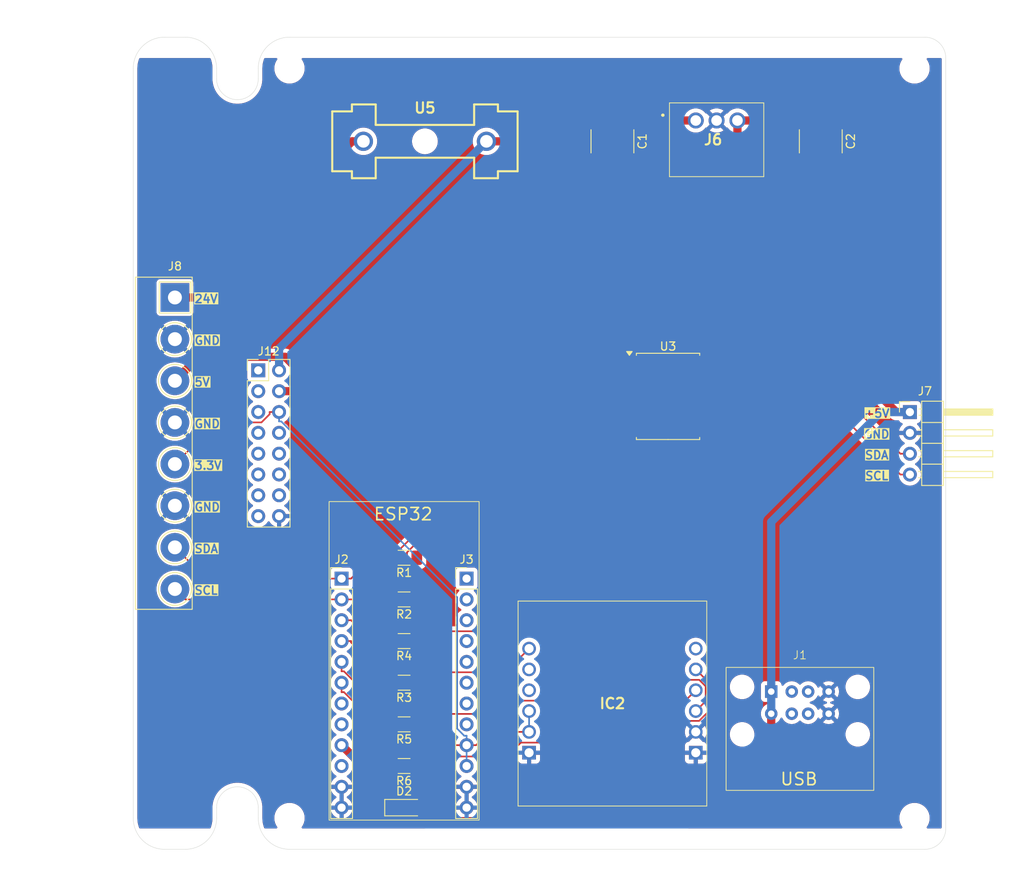
<source format=kicad_pcb>
(kicad_pcb (version 20240108) (generator "pcbnew") (generator_version "8.0")
  (title_block (title "Плата PM-CPU-ESP") (date "2024-07-11"))
  (layers (0 "F.Cu" signal) (31 "B.Cu" signal) (34 "B.Paste" user) (35 "F.Paste" user) (36 "B.SilkS" user "B.Silkscreen") (37 "F.SilkS" user "F.Silkscreen") (38 "B.Mask" user) (39 "F.Mask" user) (44 "Edge.Cuts" user))
  (net 0 "")
  (net 2 "GND")
  (net 3 "+5V")
  (net 4 "+3.3V")
  (net 5 "Net-(D2-K)")
  (net 9 "/SCL")
  (net 26 "+24V")
  (net 39 "/MOSI")
  (net 40 "/CLK")
  (net 41 "Net-(IC2-MISO)")
  (net 42 "/CS")
  (net 43 "Net-(J2-Pin_6)")
  (net 44 "Net-(J2-Pin_5)")
  (net 46 "/MISO")
  (net 47 "Net-(J2-Pin_3)")
  (net 49 "/24V_IN")
  (net 50 "/SDA")
  (footprint "Resistor_SMD:R_1206_3216Metric_Pad1.30x1.75mm_HandSolder" (layer "F.Cu") (at 63.5 116.84 180)
    (property "Reference" "R4" (at 0 -1.82 0) (layer "F.SilkS"))
    (property "Value" "100")
    (fp_line (start -0.727064 0.91) (end 0.727064 0.91) (stroke (width 0.12)) (layer "F.SilkS"))
    (fp_line (start -0.727064 -0.91) (end 0.727064 -0.91) (stroke (width 0.12)) (layer "F.SilkS"))
    (pad "1" smd roundrect (at -1.55 0 180) (size 1.3 1.75) (layers "F.Cu" "F.Paste" "F.Mask") (roundrect_rratio 0.192308) (net 39 "/MOSI"))
    (pad "2" smd roundrect (at 1.55 0 180) (size 1.3 1.75) (layers "F.Cu" "F.Paste" "F.Mask") (roundrect_rratio 0.192308) (net 47 "Net-(J2-Pin_3)"))
  )
  (footprint "Connector_PinHeader_2.54mm:PinHeader_1x12_P2.54mm_Vertical" (layer "F.Cu") (at 71.12 109.22)
    (property "Reference" "J3" (at 0 -2.33 0) (layer "F.SilkS"))
    (property "Value" "PinHeader P2.54 01x12 THT Straight")
    (fp_line (start -1.33 -1.33) (end 0 -1.33) (stroke (width 0.12)) (layer "F.SilkS"))
    (fp_line (start -1.33 0) (end -1.33 -1.33) (stroke (width 0.12)) (layer "F.SilkS"))
    (fp_line (start -1.33 1.27) (end -1.33 29.27) (stroke (width 0.12)) (layer "F.SilkS"))
    (fp_line (start -1.33 1.27) (end 1.33 1.27) (stroke (width 0.12)) (layer "F.SilkS"))
    (fp_line (start -1.33 29.27) (end 1.33 29.27) (stroke (width 0.12)) (layer "F.SilkS"))
    (fp_line (start 1.33 1.27) (end 1.33 29.27) (stroke (width 0.12)) (layer "F.SilkS"))
    (pad "1" thru_hole rect (at 0 0) (size 1.7 1.7) (drill 1) (layers "*.Cu" "*.Mask"))
    (pad "2" thru_hole oval (at 0 2.54) (size 1.7 1.7) (drill 1) (layers "*.Cu" "*.Mask"))
    (pad "3" thru_hole oval (at 0 5.08) (size 1.7 1.7) (drill 1) (layers "*.Cu" "*.Mask"))
    (pad "4" thru_hole oval (at 0 7.62) (size 1.7 1.7) (drill 1) (layers "*.Cu" "*.Mask"))
    (pad "5" thru_hole oval (at 0 10.16) (size 1.7 1.7) (drill 1) (layers "*.Cu" "*.Mask"))
    (pad "6" thru_hole oval (at 0 12.7) (size 1.7 1.7) (drill 1) (layers "*.Cu" "*.Mask"))
    (pad "7" thru_hole oval (at 0 15.24) (size 1.7 1.7) (drill 1) (layers "*.Cu" "*.Mask"))
    (pad "8" thru_hole oval (at 0 17.78) (size 1.7 1.7) (drill 1) (layers "*.Cu" "*.Mask"))
    (pad "9" thru_hole oval (at 0 20.32) (size 1.7 1.7) (drill 1) (layers "*.Cu" "*.Mask") (net 4 "+3.3V"))
    (pad "10" thru_hole oval (at 0 22.86) (size 1.7 1.7) (drill 1) (layers "*.Cu" "*.Mask") (net 4 "+3.3V"))
    (pad "11" thru_hole oval (at 0 25.4) (size 1.7 1.7) (drill 1) (layers "*.Cu" "*.Mask") (net 2 "GND"))
    (pad "12" thru_hole oval (at 0 27.94) (size 1.7 1.7) (drill 1) (layers "*.Cu" "*.Mask") (net 2 "GND"))
  )
  (footprint "NextPCB:XKB_U224-08XN-1WR61" (layer "F.Cu") (at 111.76 123.0525)
    (property "Reference" "J1" (at 0 -4.5 0) (layer "F.SilkS") (effects (font (thickness 0.1))))
    (property "Value" "~")
    (fp_rect (start -9 -3) (end 9 12) (stroke (width 0.1)) (fill none) (layer "F.SilkS"))
    (fp_text user "USB" (at -2.5 11.5 0) (layer "F.SilkS") (effects (font (size 1.5 1.5) (thickness 0.2) (bold yes)) (justify left bottom)))
    (pad "" np_thru_hole circle (at -7.05 -0.62) (size 2.5 2.5) (drill 2.5) (layers "F&B.Cu" "*.Mask"))
    (pad "" np_thru_hole circle (at -7.05 5.17) (size 2.5 2.5) (drill 2.5) (layers "F&B.Cu" "*.Mask"))
    (pad "" np_thru_hole circle (at 7.05 -0.62) (size 2.5 2.5) (drill 2.5) (layers "F&B.Cu" "*.Mask"))
    (pad "" np_thru_hole circle (at 7.05 5.17) (size 2.5 2.5) (drill 2.5) (layers "F&B.Cu" "*.Mask"))
    (pad "1" thru_hole rect (at -3.5 -0.05) (size 1.524 1.524) (drill 0.8) (layers "*.Cu" "*.Mask") (net 3 "+5V"))
    (pad "2" thru_hole circle (at -1 -0.05) (size 1.524 1.524) (drill 0.8) (layers "*.Cu" "*.Mask"))
    (pad "3" thru_hole circle (at 1 -0.05) (size 1.524 1.524) (drill 0.8) (layers "*.Cu" "*.Mask"))
    (pad "4" thru_hole circle (at 3.5 -0.05) (size 1.524 1.524) (drill 0.8) (layers "*.Cu" "*.Mask") (net 2 "GND"))
    (pad "5" thru_hole circle (at -3.5 2.65) (size 1.524 1.524) (drill 0.8) (layers "*.Cu" "*.Mask") (net 3 "+5V"))
    (pad "6" thru_hole circle (at -1 2.65) (size 1.524 1.524) (drill 0.8) (layers "*.Cu" "*.Mask"))
    (pad "7" thru_hole circle (at 1 2.65) (size 1.524 1.524) (drill 0.8) (layers "*.Cu" "*.Mask"))
    (pad "8" thru_hole circle (at 3.5 2.65) (size 1.524 1.524) (drill 0.8) (layers "*.Cu" "*.Mask") (net 2 "GND"))
  )
  (footprint "MountingHole:MountingHole_3.2mm_M3" (layer "F.Cu") (at 49.53 138.43)
    (property "Reference" "H4" (hide yes))
    (property "Value" "MountingHole" (hide yes))
    (pad "" np_thru_hole circle (at 0 0) (size 3.2 3.2) (drill 3.2) (layers "*.Cu" "*.Mask"))
  )
  (footprint "NextPCB:USRES1" (layer "F.Cu") (at 99.06 130.46 180)
    (property "Reference" "IC2" (at 10.16 6 0) (layer "F.SilkS") (effects (font (size 1.27 1.27) (thickness 0.254))))
    (property "Value" "USR-ES1" (hide yes))
    (fp_line (start 21.66 18.5) (end -1.34 18.5) (stroke (width 0.1)) (layer "F.SilkS"))
    (fp_line (start 21.66 -6.5) (end 21.66 18.5) (stroke (width 0.1)) (layer "F.SilkS"))
    (fp_line (start -1.34 18.5) (end -1.34 -6.5) (stroke (width 0.1)) (layer "F.SilkS"))
    (fp_line (start -1.34 -6.5) (end 21.66 -6.5) (stroke (width 0.1)) (layer "F.SilkS"))
    (pad "A1" thru_hole rect (at 0 0 180) (size 1.665 1.665) (drill 1.11) (layers "*.Cu" "*.Mask") (net 2 "GND"))
    (pad "A2" thru_hole circle (at 0 2.54 180) (size 1.665 1.665) (drill 1.11) (layers "*.Cu" "*.Mask") (net 2 "GND"))
    (pad "A3" thru_hole circle (at 0 5.08 180) (size 1.665 1.665) (drill 1.11) (layers "*.Cu" "*.Mask") (net 39 "/MOSI"))
    (pad "A4" thru_hole circle (at 0 7.62 180) (size 1.665 1.665) (drill 1.11) (layers "*.Cu" "*.Mask") (net 40 "/CLK"))
    (pad "A5" thru_hole circle (at 0 10.16 180) (size 1.665 1.665) (drill 1.11) (layers "*.Cu" "*.Mask") (net 42 "/CS"))
    (pad "A6" thru_hole circle (at 0 12.7 180) (size 1.665 1.665) (drill 1.11) (layers "*.Cu" "*.Mask"))
    (pad "B1" thru_hole rect (at 20.32 0 180) (size 1.665 1.665) (drill 1.11) (layers "*.Cu" "*.Mask") (net 2 "GND"))
    (pad "B2" thru_hole circle (at 20.32 2.54 180) (size 1.665 1.665) (drill 1.11) (layers "*.Cu" "*.Mask") (net 4 "+3.3V"))
    (pad "B3" thru_hole circle (at 20.32 5.08 180) (size 1.665 1.665) (drill 1.11) (layers "*.Cu" "*.Mask") (net 4 "+3.3V"))
    (pad "B4" thru_hole circle (at 20.32 7.62 180) (size 1.665 1.665) (drill 1.11) (layers "*.Cu" "*.Mask"))
    (pad "B5" thru_hole circle (at 20.32 10.16 180) (size 1.665 1.665) (drill 1.11) (layers "*.Cu" "*.Mask"))
    (pad "B6" thru_hole circle (at 20.32 12.7 180) (size 1.665 1.665) (drill 1.11) (layers "*.Cu" "*.Mask") (net 41 "Net-(IC2-MISO)"))
  )
  (footprint "Package_SO:SOIC-16W_7.5x10.3mm_P1.27mm" (layer "F.Cu") (at 95.68 86.995)
    (property "Reference" "U3" (at 0 -6.1 0) (layer "F.SilkS"))
    (property "Value" "DS3231")
    (fp_line (start -3.86 -5.26) (end -3.86 -5.005) (stroke (width 0.12)) (layer "F.SilkS"))
    (fp_line (start -3.86 5.26) (end -3.86 5.005) (stroke (width 0.12)) (layer "F.SilkS"))
    (fp_line (start 0 -5.26) (end -3.86 -5.26) (stroke (width 0.12)) (layer "F.SilkS"))
    (fp_line (start 0 -5.26) (end 3.86 -5.26) (stroke (width 0.12)) (layer "F.SilkS"))
    (fp_line (start 0 5.26) (end -3.86 5.26) (stroke (width 0.12)) (layer "F.SilkS"))
    (fp_line (start 0 5.26) (end 3.86 5.26) (stroke (width 0.12)) (layer "F.SilkS"))
    (fp_line (start 3.86 -5.26) (end 3.86 -5.005) (stroke (width 0.12)) (layer "F.SilkS"))
    (fp_line (start 3.86 5.26) (end 3.86 5.005) (stroke (width 0.12)) (layer "F.SilkS"))
    (fp_poly (pts (xy -4.7125 -5.005) (xy -5.0525 -5.475) (xy -4.3725 -5.475) (xy -4.7125 -5.005)) (stroke (width 0.12)) (fill solid) (layer "F.SilkS"))
    (pad "1" smd roundrect (at -4.65 -4.445) (size 2.05 0.6) (layers "F.Cu" "F.Paste" "F.Mask"))
    (pad "2" smd roundrect (at -4.65 -3.175) (size 2.05 0.6) (layers "F.Cu" "F.Paste" "F.Mask") (net 3 "+5V"))
    (pad "3" smd roundrect (at -4.65 -1.905) (size 2.05 0.6) (layers "F.Cu" "F.Paste" "F.Mask"))
    (pad "4" smd roundrect (at -4.65 -0.635) (size 2.05 0.6) (layers "F.Cu" "F.Paste" "F.Mask"))
    (pad "5" smd roundrect (at -4.65 0.635) (size 2.05 0.6) (layers "F.Cu" "F.Paste" "F.Mask") (net 2 "GND"))
    (pad "6" smd roundrect (at -4.65 1.905) (size 2.05 0.6) (layers "F.Cu" "F.Paste" "F.Mask") (net 2 "GND"))
    (pad "7" smd roundrect (at -4.65 3.175) (size 2.05 0.6) (layers "F.Cu" "F.Paste" "F.Mask") (net 2 "GND"))
    (pad "8" smd roundrect (at -4.65 4.445) (size 2.05 0.6) (layers "F.Cu" "F.Paste" "F.Mask") (net 2 "GND"))
    (pad "9" smd roundrect (at 4.65 4.445) (size 2.05 0.6) (layers "F.Cu" "F.Paste" "F.Mask") (net 2 "GND"))
    (pad "10" smd roundrect (at 4.65 3.175) (size 2.05 0.6) (layers "F.Cu" "F.Paste" "F.Mask") (net 2 "GND"))
    (pad "11" smd roundrect (at 4.65 1.905) (size 2.05 0.6) (layers "F.Cu" "F.Paste" "F.Mask") (net 2 "GND"))
    (pad "12" smd roundrect (at 4.65 0.635) (size 2.05 0.6) (layers "F.Cu" "F.Paste" "F.Mask") (net 2 "GND"))
    (pad "13" smd roundrect (at 4.65 -0.635) (size 2.05 0.6) (layers "F.Cu" "F.Paste" "F.Mask") (net 2 "GND"))
    (pad "14" smd roundrect (at 4.65 -1.905) (size 2.05 0.6) (layers "F.Cu" "F.Paste" "F.Mask"))
    (pad "15" smd roundrect (at 4.65 -3.175) (size 2.05 0.6) (layers "F.Cu" "F.Paste" "F.Mask") (net 9 "/SCL"))
    (pad "16" smd roundrect (at 4.65 -4.445) (size 2.05 0.6) (layers "F.Cu" "F.Paste" "F.Mask") (net 50 "/SDA"))
  )
  (footprint "Resistor_SMD:R_1206_3216Metric_Pad1.30x1.75mm_HandSolder" (layer "F.Cu") (at 63.5 111.76 180)
    (property "Reference" "R2" (at 0 -1.82 0) (layer "F.SilkS"))
    (property "Value" "3k3")
    (fp_line (start -0.727064 0.91) (end 0.727064 0.91) (stroke (width 0.12)) (layer "F.SilkS"))
    (fp_line (start -0.727064 -0.91) (end 0.727064 -0.91) (stroke (width 0.12)) (layer "F.SilkS"))
    (pad "1" smd roundrect (at -1.55 0 180) (size 1.3 1.75) (layers "F.Cu" "F.Paste" "F.Mask") (roundrect_rratio 0.192308) (net 4 "+3.3V"))
    (pad "2" smd roundrect (at 1.55 0 180) (size 1.3 1.75) (layers "F.Cu" "F.Paste" "F.Mask") (roundrect_rratio 0.192308) (net 9 "/SCL"))
  )
  (footprint "MountingHole:MountingHole_3.2mm_M3" (layer "F.Cu") (at 125.73 138.43)
    (property "Reference" "H3" (hide yes))
    (property "Value" "MountingHole" (hide yes))
    (pad "" np_thru_hole circle (at 0 0) (size 3.2 3.2) (drill 3.2) (layers "*.Cu" "*.Mask"))
  )
  (footprint "kicad_inventree_lib:C_2220_5750Metric_Pad1.97x5.40mm_HandSolder" (layer "F.Cu") (at 88.9 55.88 -90)
    (property "Reference" "C1" (at 0 -3.65 90) (layer "F.SilkS"))
    (property "Value" "22uF")
    (fp_line (start -1.415748 2.61) (end 1.415748 2.61) (stroke (width 0.12)) (layer "F.SilkS"))
    (fp_line (start -1.415748 -2.61) (end 1.415748 -2.61) (stroke (width 0.12)) (layer "F.SilkS"))
    (pad "1" smd roundrect (at -2.6375 0 270) (size 1.975 5.4) (layers "F.Cu" "F.Paste" "F.Mask") (roundrect_rratio 0.126582) (net 26 "+24V"))
    (pad "2" smd roundrect (at 2.6375 0 270) (size 1.975 5.4) (layers "F.Cu" "F.Paste" "F.Mask") (roundrect_rratio 0.126582) (net 2 "GND"))
  )
  (footprint "MountingHole:MountingHole_3.2mm_M3" (layer "F.Cu") (at 49.53 46.99)
    (property "Reference" "H1" (hide yes))
    (property "Value" "MountingHole" (hide yes))
    (pad "" np_thru_hole circle (at 0 0) (size 3.2 3.2) (drill 3.2) (layers "*.Cu" "*.Mask"))
  )
  (footprint "Resistor_SMD:R_1206_3216Metric_Pad1.30x1.75mm_HandSolder" (layer "F.Cu") (at 63.5 127 180)
    (property "Reference" "R5" (at 0 -1.82 0) (layer "F.SilkS"))
    (property "Value" "100")
    (fp_line (start -0.727064 0.91) (end 0.727064 0.91) (stroke (width 0.12)) (layer "F.SilkS"))
    (fp_line (start -0.727064 -0.91) (end 0.727064 -0.91) (stroke (width 0.12)) (layer "F.SilkS"))
    (pad "1" smd roundrect (at -1.55 0 180) (size 1.3 1.75) (layers "F.Cu" "F.Paste" "F.Mask") (roundrect_rratio 0.192308) (net 40 "/CLK"))
    (pad "2" smd roundrect (at 1.55 0 180) (size 1.3 1.75) (layers "F.Cu" "F.Paste" "F.Mask") (roundrect_rratio 0.192308) (net 44 "Net-(J2-Pin_5)"))
  )
  (footprint "Diode_SMD:D_SOD-123" (layer "F.Cu") (at 63.5 137.16)
    (property "Reference" "D2" (at 0 -2 0) (layer "F.SilkS"))
    (property "Value" "B5819W")
    (fp_line (start -2.36 -1) (end -2.36 1) (stroke (width 0.12)) (layer "F.SilkS"))
    (fp_line (start -2.36 -1) (end 1.65 -1) (stroke (width 0.12)) (layer "F.SilkS"))
    (fp_line (start -2.36 1) (end 1.65 1) (stroke (width 0.12)) (layer "F.SilkS"))
    (pad "1" smd roundrect (at -1.65 0) (size 0.9 1.2) (layers "F.Cu" "F.Paste" "F.Mask") (net 5 "Net-(D2-K)"))
    (pad "2" smd roundrect (at 1.65 0) (size 0.9 1.2) (layers "F.Cu" "F.Paste" "F.Mask") (net 3 "+5V"))
  )
  (footprint "Resistor_SMD:R_1206_3216Metric_Pad1.30x1.75mm_HandSolder" (layer "F.Cu") (at 63.5 121.92 180)
    (property "Reference" "R3" (at 0 -1.82 0) (layer "F.SilkS"))
    (property "Value" "100")
    (fp_line (start -0.727064 0.91) (end 0.727064 0.91) (stroke (width 0.12)) (layer "F.SilkS"))
    (fp_line (start -0.727064 -0.91) (end 0.727064 -0.91) (stroke (width 0.12)) (layer "F.SilkS"))
    (pad "1" smd roundrect (at -1.55 0 180) (size 1.3 1.75) (layers "F.Cu" "F.Paste" "F.Mask") (roundrect_rratio 0.192308) (net 41 "Net-(IC2-MISO)"))
    (pad "2" smd roundrect (at 1.55 0 180) (size 1.3 1.75) (layers "F.Cu" "F.Paste" "F.Mask") (roundrect_rratio 0.192308) (net 46 "/MISO"))
  )
  (footprint "kicad_inventree_lib:C_2220_5750Metric_Pad1.97x5.40mm_HandSolder" (layer "F.Cu") (at 114.3 55.88 -90)
    (property "Reference" "C2" (at 0 -3.65 90) (layer "F.SilkS"))
    (property "Value" "22uF")
    (fp_line (start -1.415748 2.61) (end 1.415748 2.61) (stroke (width 0.12)) (layer "F.SilkS"))
    (fp_line (start -1.415748 -2.61) (end 1.415748 -2.61) (stroke (width 0.12)) (layer "F.SilkS"))
    (pad "1" smd roundrect (at -2.6375 0 270) (size 1.975 5.4) (layers "F.Cu" "F.Paste" "F.Mask") (roundrect_rratio 0.126582) (net 3 "+5V"))
    (pad "2" smd roundrect (at 2.6375 0 270) (size 1.975 5.4) (layers "F.Cu" "F.Paste" "F.Mask") (roundrect_rratio 0.126582) (net 2 "GND"))
  )
  (footprint "NextPCB:Fuseholder" (layer "F.Cu") (at 66.04 55.88)
    (property "Reference" "U5" (at 0 -4.064 0) (layer "F.SilkS") (effects (font (size 1.27 1.27) (thickness 0.254))))
    (property "Value" "64900001039" (hide yes))
    (fp_line (start -11.3 -3.65) (end -11.3 3.65) (stroke (width 0.254)) (layer "F.SilkS"))
    (fp_line (start -11.3 3.65) (end -8.9 3.65) (stroke (width 0.254)) (layer "F.SilkS"))
    (fp_line (start -8.9 -4.5) (end -8.9 -3.65) (stroke (width 0.254)) (layer "F.SilkS"))
    (fp_line (start -8.9 -3.65) (end -11.3 -3.65) (stroke (width 0.254)) (layer "F.SilkS"))
    (fp_line (start -8.9 3.65) (end -8.9 4.5) (stroke (width 0.254)) (layer "F.SilkS"))
    (fp_line (start -8.9 4.5) (end -6 4.5) (stroke (width 0.254)) (layer "F.SilkS"))
    (fp_line (start -6 -4.5) (end -8.9 -4.5) (stroke (width 0.254)) (layer "F.SilkS"))
    (fp_line (start -6 -2) (end -6 -4.5) (stroke (width 0.254)) (layer "F.SilkS"))
    (fp_line (start -6 2) (end 6 2) (stroke (width 0.254)) (layer "F.SilkS"))
    (fp_line (start -6 4.5) (end -6 2) (stroke (width 0.254)) (layer "F.SilkS"))
    (fp_line (start 6 -4.5) (end 6 -2) (stroke (width 0.254)) (layer "F.SilkS"))
    (fp_line (start 6 -2) (end -6 -2) (stroke (width 0.254)) (layer "F.SilkS"))
    (fp_line (start 6 2) (end 6 4.5) (stroke (width 0.254)) (layer "F.SilkS"))
    (fp_line (start 6 4.5) (end 8.9 4.5) (stroke (width 0.254)) (layer "F.SilkS"))
    (fp_line (start 8.9 -4.5) (end 6 -4.5) (stroke (width 0.254)) (layer "F.SilkS"))
    (fp_line (start 8.9 -3.65) (end 8.9 -4.5) (stroke (width 0.254)) (layer "F.SilkS"))
    (fp_line (start 8.9 3.65) (end 11.3 3.65) (stroke (width 0.254)) (layer "F.SilkS"))
    (fp_line (start 8.9 4.5) (end 8.9 3.65) (stroke (width 0.254)) (layer "F.SilkS"))
    (fp_line (start 11.3 -3.65) (end 8.9 -3.65) (stroke (width 0.254)) (layer "F.SilkS"))
    (fp_line (start 11.3 3.65) (end 11.3 -3.65) (stroke (width 0.254)) (layer "F.SilkS"))
    (pad "" np_thru_hole circle (at 0 0) (size 2.65 2.65) (drill 2.65) (layers "*.Cu" "*.Mask"))
    (pad "1" thru_hole circle (at -7.5 0) (size 2.35 2.35) (drill 1.55) (layers "*.Cu" "*.Mask") (net 49 "/24V_IN"))
    (pad "2" thru_hole circle (at 7.5 0) (size 2.35 2.35) (drill 1.55) (layers "*.Cu" "*.Mask") (net 26 "+24V"))
  )
  (footprint "Connector_PinHeader_2.54mm:PinHeader_1x12_P2.54mm_Vertical" (layer "F.Cu") (at 55.88 109.22)
    (property "Reference" "J2" (at 0 -2.33 0) (layer "F.SilkS"))
    (property "Value" "PinHeader P2.54 01x12 THT Straight")
    (fp_line (start -1.33 -1.33) (end 0 -1.33) (stroke (width 0.12)) (layer "F.SilkS"))
    (fp_line (start -1.33 0) (end -1.33 -1.33) (stroke (width 0.12)) (layer "F.SilkS"))
    (fp_line (start -1.33 1.27) (end -1.33 29.27) (stroke (width 0.12)) (layer "F.SilkS"))
    (fp_line (start -1.33 1.27) (end 1.33 1.27) (stroke (width 0.12)) (layer "F.SilkS"))
    (fp_line (start -1.33 29.27) (end 1.33 29.27) (stroke (width 0.12)) (layer "F.SilkS"))
    (fp_line (start 1.33 1.27) (end 1.33 29.27) (stroke (width 0.12)) (layer "F.SilkS"))
    (pad "1" thru_hole rect (at 0 0) (size 1.7 1.7) (drill 1) (layers "*.Cu" "*.Mask") (net 50 "/SDA"))
    (pad "2" thru_hole oval (at 0 2.54) (size 1.7 1.7) (drill 1) (layers "*.Cu" "*.Mask") (net 9 "/SCL"))
    (pad "3" thru_hole oval (at 0 5.08) (size 1.7 1.7) (drill 1) (layers "*.Cu" "*.Mask") (net 47 "Net-(J2-Pin_3)"))
    (pad "4" thru_hole oval (at 0 7.62) (size 1.7 1.7) (drill 1) (layers "*.Cu" "*.Mask") (net 46 "/MISO"))
    (pad "5" thru_hole oval (at 0 10.16) (size 1.7 1.7) (drill 1) (layers "*.Cu" "*.Mask") (net 44 "Net-(J2-Pin_5)"))
    (pad "6" thru_hole oval (at 0 12.7) (size 1.7 1.7) (drill 1) (layers "*.Cu" "*.Mask") (net 43 "Net-(J2-Pin_6)"))
    (pad "7" thru_hole oval (at 0 15.24) (size 1.7 1.7) (drill 1) (layers "*.Cu" "*.Mask"))
    (pad "8" thru_hole oval (at 0 17.78) (size 1.7 1.7) (drill 1) (layers "*.Cu" "*.Mask"))
    (pad "9" thru_hole oval (at 0 20.32) (size 1.7 1.7) (drill 1) (layers "*.Cu" "*.Mask") (net 5 "Net-(D2-K)"))
    (pad "10" thru_hole oval (at 0 22.86) (size 1.7 1.7) (drill 1) (layers "*.Cu" "*.Mask"))
    (pad "11" thru_hole oval (at 0 25.4) (size 1.7 1.7) (drill 1) (layers "*.Cu" "*.Mask") (net 2 "GND"))
    (pad "12" thru_hole oval (at 0 27.94) (size 1.7 1.7) (drill 1) (layers "*.Cu" "*.Mask") (net 2 "GND"))
  )
  (footprint "Resistor_SMD:R_1206_3216Metric_Pad1.30x1.75mm_HandSolder" (layer "F.Cu") (at 63.5 132.08 180)
    (property "Reference" "R6" (at 0 -1.82 0) (layer "F.SilkS"))
    (property "Value" "100")
    (fp_line (start -0.727064 0.91) (end 0.727064 0.91) (stroke (width 0.12)) (layer "F.SilkS"))
    (fp_line (start -0.727064 -0.91) (end 0.727064 -0.91) (stroke (width 0.12)) (layer "F.SilkS"))
    (pad "1" smd roundrect (at -1.55 0 180) (size 1.3 1.75) (layers "F.Cu" "F.Paste" "F.Mask") (roundrect_rratio 0.192308) (net 42 "/CS"))
    (pad "2" smd roundrect (at 1.55 0 180) (size 1.3 1.75) (layers "F.Cu" "F.Paste" "F.Mask") (roundrect_rratio 0.192308) (net 43 "Net-(J2-Pin_6)"))
  )
  (footprint "kicad_inventree_lib:K7805-2000R3" (layer "F.Cu") (at 99.06 53.34)
    (property "Reference" "J6" (at 2.115 2.35 0) (layer "F.SilkS") (effects (font (size 1.27 1.27) (thickness 0.254))))
    (property "Value" "K7805-2000R3" (hide yes))
    (fp_line (start -4.06 -0.65) (end -4.06 -0.65) (stroke (width 0.3)) (layer "F.SilkS"))
    (fp_line (start -3.96 -0.65) (end -3.96 -0.65) (stroke (width 0.3)) (layer "F.SilkS"))
    (fp_line (start -3.21 -2.15) (end 8.29 -2.15) (stroke (width 0.1)) (layer "F.SilkS"))
    (fp_line (start -3.21 6.85) (end -3.21 -2.15) (stroke (width 0.1)) (layer "F.SilkS"))
    (fp_line (start 8.29 -2.15) (end 8.29 6.85) (stroke (width 0.1)) (layer "F.SilkS"))
    (fp_line (start 8.29 6.85) (end -3.21 6.85) (stroke (width 0.1)) (layer "F.SilkS"))
    (fp_arc (start -4.06 -0.65) (mid -4.01 -0.7) (end -3.96 -0.65) (stroke (width 0.3)) (layer "F.SilkS"))
    (fp_arc (start -3.96 -0.65) (mid -4.01 -0.6) (end -4.06 -0.65) (stroke (width 0.3)) (layer "F.SilkS"))
    (pad "1" thru_hole circle (at 0 0) (size 1.95 1.95) (drill 1.3) (layers "*.Cu" "*.Mask") (net 26 "+24V"))
    (pad "2" thru_hole circle (at 2.54 0) (size 1.95 1.95) (drill 1.3) (layers "*.Cu" "*.Mask") (net 2 "GND"))
    (pad "3" thru_hole circle (at 5.08 0) (size 1.95 1.95) (drill 1.3) (layers "*.Cu" "*.Mask") (net 3 "+5V"))
  )
  (footprint "Connector_PinHeader_2.54mm:PinHeader_1x04_P2.54mm_Horizontal" (layer "F.Cu") (at 125.165 88.91)
    (property "Reference" "J7" (at 1.835 -2.55 0) (layer "F.SilkS"))
    (property "Value" "Conn_01x04_Pin")
    (fp_line (start -1.27 -1.27) (end 0 -1.27) (stroke (width 0.12)) (layer "F.SilkS"))
    (fp_line (start -1.27 0) (end -1.27 -1.27) (stroke (width 0.12)) (layer "F.SilkS"))
    (fp_line (start 1.042929 2.16) (end 1.44 2.16) (stroke (width 0.12)) (layer "F.SilkS"))
    (fp_line (start 1.042929 2.92) (end 1.44 2.92) (stroke (width 0.12)) (layer "F.SilkS"))
    (fp_line (start 1.042929 4.7) (end 1.44 4.7) (stroke (width 0.12)) (layer "F.SilkS"))
    (fp_line (start 1.042929 5.46) (end 1.44 5.46) (stroke (width 0.12)) (layer "F.SilkS"))
    (fp_line (start 1.042929 7.24) (end 1.44 7.24) (stroke (width 0.12)) (layer "F.SilkS"))
    (fp_line (start 1.042929 8) (end 1.44 8) (stroke (width 0.12)) (layer "F.SilkS"))
    (fp_line (start 1.11 -0.38) (end 1.44 -0.38) (stroke (width 0.12)) (layer "F.SilkS"))
    (fp_line (start 1.11 0.38) (end 1.44 0.38) (stroke (width 0.12)) (layer "F.SilkS"))
    (fp_line (start 1.44 -1.33) (end 1.44 8.95) (stroke (width 0.12)) (layer "F.SilkS"))
    (fp_line (start 1.44 1.27) (end 4.1 1.27) (stroke (width 0.12)) (layer "F.SilkS"))
    (fp_line (start 1.44 3.81) (end 4.1 3.81) (stroke (width 0.12)) (layer "F.SilkS"))
    (fp_line (start 1.44 6.35) (end 4.1 6.35) (stroke (width 0.12)) (layer "F.SilkS"))
    (fp_line (start 1.44 8.95) (end 4.1 8.95) (stroke (width 0.12)) (layer "F.SilkS"))
    (fp_line (start 4.1 -1.33) (end 1.44 -1.33) (stroke (width 0.12)) (layer "F.SilkS"))
    (fp_line (start 4.1 -0.38) (end 10.1 -0.38) (stroke (width 0.12)) (layer "F.SilkS"))
    (fp_line (start 4.1 -0.32) (end 10.1 -0.32) (stroke (width 0.12)) (layer "F.SilkS"))
    (fp_line (start 4.1 -0.2) (end 10.1 -0.2) (stroke (width 0.12)) (layer "F.SilkS"))
    (fp_line (start 4.1 -0.08) (end 10.1 -0.08) (stroke (width 0.12)) (layer "F.SilkS"))
    (fp_line (start 4.1 0.04) (end 10.1 0.04) (stroke (width 0.12)) (layer "F.SilkS"))
    (fp_line (start 4.1 0.16) (end 10.1 0.16) (stroke (width 0.12)) (layer "F.SilkS"))
    (fp_line (start 4.1 0.28) (end 10.1 0.28) (stroke (width 0.12)) (layer "F.SilkS"))
    (fp_line (start 4.1 2.16) (end 10.1 2.16) (stroke (width 0.12)) (layer "F.SilkS"))
    (fp_line (start 4.1 4.7) (end 10.1 4.7) (stroke (width 0.12)) (layer "F.SilkS"))
    (fp_line (start 4.1 7.24) (end 10.1 7.24) (stroke (width 0.12)) (layer "F.SilkS"))
    (fp_line (start 4.1 8.95) (end 4.1 -1.33) (stroke (width 0.12)) (layer "F.SilkS"))
    (fp_line (start 10.1 -0.38) (end 10.1 0.38) (stroke (width 0.12)) (layer "F.SilkS"))
    (fp_line (start 10.1 0.38) (end 4.1 0.38) (stroke (width 0.12)) (layer "F.SilkS"))
    (fp_line (start 10.1 2.16) (end 10.1 2.92) (stroke (width 0.12)) (layer "F.SilkS"))
    (fp_line (start 10.1 2.92) (end 4.1 2.92) (stroke (width 0.12)) (layer "F.SilkS"))
    (fp_line (start 10.1 4.7) (end 10.1 5.46) (stroke (width 0.12)) (layer "F.SilkS"))
    (fp_line (start 10.1 5.46) (end 4.1 5.46) (stroke (width 0.12)) (layer "F.SilkS"))
    (fp_line (start 10.1 7.24) (end 10.1 8) (stroke (width 0.12)) (layer "F.SilkS"))
    (fp_line (start 10.1 8) (end 4.1 8) (stroke (width 0.12)) (layer "F.SilkS"))
    (pad "1" thru_hole rect (at 0 0) (size 1.7 1.7) (drill 1) (layers "*.Cu" "*.Mask") (net 3 "+5V"))
    (pad "2" thru_hole oval (at 0 2.54) (size 1.7 1.7) (drill 1) (layers "*.Cu" "*.Mask") (net 2 "GND"))
    (pad "3" thru_hole oval (at 0 5.08) (size 1.7 1.7) (drill 1) (layers "*.Cu" "*.Mask") (net 50 "/SDA"))
    (pad "4" thru_hole oval (at 0 7.62) (size 1.7 1.7) (drill 1) (layers "*.Cu" "*.Mask") (net 9 "/SCL"))
  )
  (footprint "MountingHole:MountingHole_3.2mm_M3" (layer "F.Cu") (at 125.73 46.99)
    (property "Reference" "H2" (hide yes))
    (property "Value" "MountingHole" (hide yes))
    (pad "" np_thru_hole circle (at 0 0) (size 3.2 3.2) (drill 3.2) (layers "*.Cu" "*.Mask"))
  )
  (footprint "Resistor_SMD:R_1206_3216Metric_Pad1.30x1.75mm_HandSolder" (layer "F.Cu") (at 63.5 106.68 180)
    (property "Reference" "R1" (at 0 -1.82 0) (layer "F.SilkS"))
    (property "Value" "3k3")
    (fp_line (start -0.727064 0.91) (end 0.727064 0.91) (stroke (width 0.12)) (layer "F.SilkS"))
    (fp_line (start -0.727064 -0.91) (end 0.727064 -0.91) (stroke (width 0.12)) (layer "F.SilkS"))
    (pad "1" smd roundrect (at -1.55 0 180) (size 1.3 1.75) (layers "F.Cu" "F.Paste" "F.Mask") (roundrect_rratio 0.192308) (net 4 "+3.3V"))
    (pad "2" smd roundrect (at 1.55 0 180) (size 1.3 1.75) (layers "F.Cu" "F.Paste" "F.Mask") (roundrect_rratio 0.192308) (net 50 "/SDA"))
  )
  (footprint "kicad_inventree_lib:PM-front-02x08" (layer "F.Cu") (at 45.72 83.82)
    (property "Reference" "J12" (at 1.27 -2.33 0) (layer "F.SilkS"))
    (property "Value" "~")
    (fp_line (start -1.33 -1.33) (end 0 -1.33) (stroke (width 0.12)) (layer "F.SilkS"))
    (fp_line (start -1.33 0) (end -1.33 -1.33) (stroke (width 0.12)) (layer "F.SilkS"))
    (fp_line (start -1.33 1.27) (end -1.33 19.11) (stroke (width 0.12)) (layer "F.SilkS"))
    (fp_line (start -1.33 1.27) (end 1.27 1.27) (stroke (width 0.12)) (layer "F.SilkS"))
    (fp_line (start -1.33 19.11) (end 3.87 19.11) (stroke (width 0.12)) (layer "F.SilkS"))
    (fp_line (start 1.27 -1.33) (end 3.87 -1.33) (stroke (width 0.12)) (layer "F.SilkS"))
    (fp_line (start 1.27 1.27) (end 1.27 -1.33) (stroke (width 0.12)) (layer "F.SilkS"))
    (fp_line (start 3.87 -1.33) (end 3.87 19.11) (stroke (width 0.12)) (layer "F.SilkS"))
    (pad "1" thru_hole rect (at 0 0) (size 1.7 1.7) (drill 1) (layers "*.Cu" "*.Mask"))
    (pad "2" thru_hole oval (at 2.54 0) (size 1.7 1.7) (drill 1) (layers "*.Cu" "*.Mask") (net 26 "+24V"))
    (pad "3" thru_hole oval (at 0 2.54) (size 1.7 1.7) (drill 1) (layers "*.Cu" "*.Mask"))
    (pad "4" thru_hole oval (at 2.54 2.54) (size 1.7 1.7) (drill 1) (layers "*.Cu" "*.Mask") (net 3 "+5V"))
    (pad "5" thru_hole oval (at 0 5.08) (size 1.7 1.7) (drill 1) (layers "*.Cu" "*.Mask"))
    (pad "6" thru_hole oval (at 2.54 5.08) (size 1.7 1.7) (drill 1) (layers "*.Cu" "*.Mask") (net 4 "+3.3V"))
    (pad "7" thru_hole oval (at 0 7.62) (size 1.7 1.7) (drill 1) (layers "*.Cu" "*.Mask"))
    (pad "8" thru_hole oval (at 2.54 7.62) (size 1.7 1.7) (drill 1) (layers "*.Cu" "*.Mask"))
    (pad "9" thru_hole oval (at 0 10.16) (size 1.7 1.7) (drill 1) (layers "*.Cu" "*.Mask"))
    (pad "10" thru_hole oval (at 2.54 10.16) (size 1.7 1.7) (drill 1) (layers "*.Cu" "*.Mask"))
    (pad "11" thru_hole oval (at 0 12.7) (size 1.7 1.7) (drill 1) (layers "*.Cu" "*.Mask"))
    (pad "12" thru_hole oval (at 2.54 12.7) (size 1.7 1.7) (drill 1) (layers "*.Cu" "*.Mask"))
    (pad "13" thru_hole oval (at 0 15.24) (size 1.7 1.7) (drill 1) (layers "*.Cu" "*.Mask"))
    (pad "14" thru_hole oval (at 2.54 15.24) (size 1.7 1.7) (drill 1) (layers "*.Cu" "*.Mask"))
    (pad "15" thru_hole oval (at 0 17.78) (size 1.7 1.7) (drill 1) (layers "*.Cu" "*.Mask"))
    (pad "16" thru_hole oval (at 2.54 17.78) (size 1.7 1.7) (drill 1) (layers "*.Cu" "*.Mask") (net 2 "GND"))
  )
  (footprint "kicad_inventree_lib:Degson_2EDGR-5.08-08P" (layer "F.Cu") (at 35.56 74.93 -90)
    (property "Reference" "J8" (at -3.81 0 180) (layer "F.SilkS"))
    (property "Value" "2EDGR-5.08-08P")
    (fp_rect (start -1.905 -1.905) (end 1.905 1.905) (stroke (width 0.12)) (fill none) (layer "F.SilkS"))
    (fp_rect (start -2.48 -2.11) (end 38.04 4.82) (stroke (width 0.12)) (fill none) (layer "F.SilkS"))
    (fp_circle (center 5.08 0) (end 7.08 0) (stroke (width 0.12)) (fill none) (layer "F.SilkS"))
    (fp_circle (center 10.16 0) (end 12.16 0) (stroke (width 0.12)) (fill none) (layer "F.SilkS"))
    (fp_circle (center 15.24 0) (end 17.24 0) (stroke (width 0.12)) (fill none) (layer "F.SilkS"))
    (fp_circle (center 20.32 0) (end 22.32 0) (stroke (width 0.12)) (fill none) (layer "F.SilkS"))
    (fp_circle (center 25.4 0) (end 27.4 0) (stroke (width 0.12)) (fill none) (layer "F.SilkS"))
    (fp_circle (center 30.48 0) (end 32.48 0) (stroke (width 0.12)) (fill none) (layer "F.SilkS"))
    (fp_circle (center 35.56 0) (end 37.56 0) (stroke (width 0.12)) (fill none) (layer "F.SilkS"))
    (pad "1" thru_hole rect (at 0 0 270) (size 3.5 3.5) (drill 1.7) (layers "*.Cu" "*.Mask") (net 49 "/24V_IN"))
    (pad "2" thru_hole circle (at 5.08 0 270) (size 3.5 3.5) (drill 1.7) (layers "*.Cu" "*.Mask") (net 2 "GND"))
    (pad "3" thru_hole circle (at 10.16 0 270) (size 3.5 3.5) (drill 1.7) (layers "*.Cu" "*.Mask") (net 3 "+5V"))
    (pad "4" thru_hole circle (at 15.24 0 270) (size 3.5 3.5) (drill 1.7) (layers "*.Cu" "*.Mask") (net 2 "GND"))
    (pad "5" thru_hole circle (at 20.32 0 270) (size 3.5 3.5) (drill 1.7) (layers "*.Cu" "*.Mask") (net 4 "+3.3V"))
    (pad "6" thru_hole circle (at 25.4 0 270) (size 3.5 3.5) (drill 1.7) (layers "*.Cu" "*.Mask") (net 2 "GND"))
    (pad "7" thru_hole circle (at 30.48 0 270) (size 3.5 3.5) (drill 1.7) (layers "*.Cu" "*.Mask") (net 50 "/SDA"))
    (pad "8" thru_hole circle (at 35.56 0 270) (size 3.5 3.5) (drill 1.7) (layers "*.Cu" "*.Mask") (net 9 "/SCL"))
  )
  (gr_rect (start 54.36 138.685) (end 72.65 99.823) (stroke (width 0.1)) (fill none) (layer "F.SilkS"))
  (gr_line (start 34.29 43.18) (end 36.83 43.18) (stroke (width 0.05)) (layer "Edge.Cuts"))
  (gr_arc (start 43.18 50.8) (mid 41.383949 50.056051) (end 40.64 48.26) (stroke (width 0.05)) (layer "Edge.Cuts"))
  (gr_line (start 45.72 137.16) (end 45.72 138.43) (stroke (width 0.05)) (layer "Edge.Cuts"))
  (gr_line (start 40.64 48.26) (end 40.64 46.99) (stroke (width 0.05)) (layer "Edge.Cuts"))
  (gr_arc (start 129.54 139.7) (mid 128.796051 141.496051) (end 127 142.24) (stroke (width 0.05)) (layer "Edge.Cuts"))
  (gr_arc (start 127 43.18) (mid 128.796051 43.923949) (end 129.54 45.72) (stroke (width 0.05)) (layer "Edge.Cuts"))
  (gr_line (start 127 142.24) (end 49.53 142.24) (stroke (width 0.05)) (layer "Edge.Cuts"))
  (gr_line (start 49.53 43.18) (end 127 43.18) (stroke (width 0.05)) (layer "Edge.Cuts"))
  (gr_arc (start 40.64 138.43) (mid 39.524077 141.124077) (end 36.83 142.24) (stroke (width 0.05)) (layer "Edge.Cuts"))
  (gr_line (start 129.54 45.72) (end 129.54 139.7) (stroke (width 0.05)) (layer "Edge.Cuts"))
  (gr_arc (start 30.48 46.99) (mid 31.595923 44.295923) (end 34.29 43.18) (stroke (width 0.05)) (layer "Edge.Cuts"))
  (gr_line (start 45.72 46.99) (end 45.72 48.26) (stroke (width 0.05)) (layer "Edge.Cuts"))
  (gr_line (start 40.64 138.43) (end 40.64 137.16) (stroke (width 0.05)) (layer "Edge.Cuts"))
  (gr_arc (start 45.72 46.99) (mid 46.835923 44.295923) (end 49.53 43.18) (stroke (width 0.05)) (layer "Edge.Cuts"))
  (gr_arc (start 34.29 142.24) (mid 31.595923 141.124077) (end 30.48 138.43) (stroke (width 0.05)) (layer "Edge.Cuts"))
  (gr_arc (start 40.64 137.16) (mid 41.383949 135.363949) (end 43.18 134.62) (stroke (width 0.05)) (layer "Edge.Cuts"))
  (gr_line (start 36.83 142.24) (end 34.29 142.24) (stroke (width 0.05)) (layer "Edge.Cuts"))
  (gr_arc (start 49.53 142.24) (mid 46.835923 141.124077) (end 45.72 138.43) (stroke (width 0.05)) (layer "Edge.Cuts"))
  (gr_arc (start 36.83 43.18) (mid 39.524077 44.295923) (end 40.64 46.99) (stroke (width 0.05)) (layer "Edge.Cuts"))
  (gr_arc (start 45.72 48.26) (mid 44.976051 50.056051) (end 43.18 50.8) (stroke (width 0.05)) (layer "Edge.Cuts"))
  (gr_line (start 30.48 138.43) (end 30.48 46.99) (stroke (width 0.05)) (layer "Edge.Cuts"))
  (gr_arc (start 43.18 134.62) (mid 44.976051 135.363949) (end 45.72 137.16) (stroke (width 0.05)) (layer "Edge.Cuts"))
  (gr_text "SCL" (at 37.846 111.252 0) (layer "F.SilkS" knockout) (effects (font (size 1 1) (thickness 0.2) (bold yes)) (justify left bottom)))
  (gr_text "SCL" (at 119.610238 97.282 0) (layer "F.SilkS" knockout) (effects (font (size 1 1) (thickness 0.2) (bold yes)) (justify left bottom)))
  (gr_text "GND" (at 119.467381 92.202 0) (layer "F.SilkS" knockout) (effects (font (size 1 1) (thickness 0.2) (bold yes)) (justify left bottom)))
  (gr_text "GND" (at 37.846 90.932 0) (layer "F.SilkS" knockout) (effects (font (size 1 1) (thickness 0.2) (bold yes)) (justify left bottom)))
  (gr_text "5V" (at 37.846 85.852 0) (layer "F.SilkS" knockout) (effects (font (size 1 1) (thickness 0.2) (bold yes)) (justify left bottom)))
  (gr_text "ESP32" (at 59.69 102.235 0) (layer "F.SilkS") (effects (font (size 1.5 1.5) (thickness 0.2) (bold yes)) (justify left bottom)))
  (gr_text "3.3V" (at 37.846 96.012 0) (layer "F.SilkS" knockout) (effects (font (size 1 1) (thickness 0.2) (bold yes)) (justify left bottom)))
  (gr_text "SDA" (at 119.586428 94.742 0) (layer "F.SilkS" knockout) (effects (font (size 1 1) (thickness 0.2) (bold yes)) (justify left bottom)))
  (gr_text "GND" (at 37.846 101.092 0) (layer "F.SilkS" knockout) (effects (font (size 1 1) (thickness 0.2) (bold yes)) (justify left bottom)))
  (gr_text "SDA" (at 37.846 106.172 0) (layer "F.SilkS" knockout) (effects (font (size 1 1) (thickness 0.2) (bold yes)) (justify left bottom)))
  (gr_text "GND" (at 37.846 80.772 0) (layer "F.SilkS" knockout) (effects (font (size 1 1) (thickness 0.2) (bold yes)) (justify left bottom)))
  (gr_text "+5V" (at 119.467381 89.662 0) (layer "F.SilkS" knockout) (effects (font (size 1 1) (thickness 0.2) (bold yes)) (justify left bottom)))
  (gr_text "24V" (at 37.846 75.692 0) (layer "F.SilkS" knockout) (effects (font (size 1 1) (thickness 0.2) (bold yes)) (justify left bottom)))
  (segment (start 104.14 81.4477) (end 96.8674 81.4477) (width 1) (layer "F.Cu") (net 3))
  (segment (start 116.051 81.4477) (end 104.14 81.4477) (width 1) (layer "F.Cu") (net 3))
  (segment (start 48.9918 82.1652) (end 51.5492 84.7225) (width 1) (layer "F.Cu") (net 3))
  (segment (start 66.8017 138.8117) (end 65.15 137.16) (width 1) (layer "F.Cu") (net 3))
  (segment (start 48.26 86.36) (end 49.9117 86.36) (width 1) (layer "F.Cu") (net 3))
  (segment (start 51.5492 84.7225) (end 49.9117 86.36) (width 1) (layer "F.Cu") (net 3))
  (segment (start 91.1992 83.6508) (end 91.03 83.82) (width 0.601) (layer "F.Cu") (net 3))
  (segment (start 114.2025 53.34) (end 114.3 53.2425) (width 1) (layer "F.Cu") (net 3))
  (segment (start 108.26 125.7025) (end 108.26 127.9373) (width 1) (layer "F.Cu") (net 3))
  (segment (start 91.03 83.82) (end 52.4517 83.82) (width 1) (layer "F.Cu") (net 3))
  (segment (start 123.5133 88.91) (end 116.051 81.4477) (width 1) (layer "F.Cu") (net 3))
  (segment (start 104.14 53.34) (end 114.2025 53.34) (width 1) (layer "F.Cu") (net 3))
  (segment (start 96.8674 81.4477) (end 94.6643 83.6508) (width 1) (layer "F.Cu") (net 3))
  (segment (start 97.3856 138.8117) (end 66.8017 138.8117) (width 1) (layer "F.Cu") (net 3))
  (segment (start 52.4517 83.82) (end 51.5492 84.7225) (width 1) (layer "F.Cu") (net 3))
  (segment (start 35.56 85.09) (end 38.4848 82.1652) (width 1) (layer "F.Cu") (net 3))
  (segment (start 104.14 81.4477) (end 104.14 53.34) (width 1) (layer "F.Cu") (net 3))
  (segment (start 38.4848 82.1652) (end 48.9918 82.1652) (width 1) (layer "F.Cu") (net 3))
  (segment (start 94.6643 83.6508) (end 91.1992 83.6508) (width 1) (layer "F.Cu") (net 3))
  (segment (start 108.26 127.9373) (end 97.3856 138.8117) (width 1) (layer "F.Cu") (net 3))
  (segment (start 125.165 88.91) (end 123.5133 88.91) (width 1) (layer "F.Cu") (net 3))
  (segment (start 108.26 123.0025) (end 108.26 102.306) (width 1) (layer "B.Cu") (net 3))
  (segment (start 108.26 125.7025) (end 108.26 123.0025) (width 1) (layer "B.Cu") (net 3))
  (segment (start 108.26 102.306) (end 121.656 88.91) (width 1) (layer "B.Cu") (net 3))
  (segment (start 121.656 88.91) (end 125.165 88.91) (width 1) (layer "B.Cu") (net 3))
  (segment (start 35.56 95.25) (end 40.64 90.17) (width 0.2) (layer "F.Cu") (net 4))
  (segment (start 71.12 129.54) (end 72.2717 129.54) (width 0.2) (layer "F.Cu") (net 4))
  (segment (start 46.1068 90.17) (end 47.1083 89.1685) (width 0.2) (layer "F.Cu") (net 4))
  (segment (start 65.05 106.68) (end 65.05 111.76) (width 0.2) (layer "F.Cu") (net 4))
  (segment (start 40.64 90.17) (end 46.1068 90.17) (width 0.2) (layer "F.Cu") (net 4))
  (segment (start 73.8917 127.92) (end 72.2717 129.54) (width 0.2) (layer "F.Cu") (net 4))
  (segment (start 64.0445 127.8409) (end 65.7436 129.54) (width 0.2) (layer "F.Cu") (net 4))
  (segment (start 65.7436 129.54) (end 71.12 129.54) (width 0.2) (layer "F.Cu") (net 4))
  (segment (start 65.05 111.76) (end 64.0445 112.7655) (width 0.2) (layer "F.Cu") (net 4))
  (segment (start 47.1083 89.1685) (end 47.1083 88.9) (width 0.2) (layer "F.Cu") (net 4))
  (segment (start 64.0445 112.7655) (end 64.0445 127.8409) (width 0.2) (layer "F.Cu") (net 4))
  (segment (start 78.74 127.92) (end 73.8917 127.92) (width 0.2) (layer "F.Cu") (net 4))
  (segment (start 48.26 88.9) (end 47.1083 88.9) (width 0.2) (layer "F.Cu") (net 4))
  (segment (start 69.9683 111.4915) (end 48.5285 90.0517) (width 0.2) (layer "B.Cu") (net 4))
  (segment (start 48.5285 90.0517) (end 48.26 90.0517) (width 0.2) (layer "B.Cu") (net 4))
  (segment (start 71.12 129.54) (end 71.12 128.3883) (width 0.2) (layer "B.Cu") (net 4))
  (segment (start 78.74 125.38) (end 78.74 127.92) (width 0.2) (layer "B.Cu") (net 4))
  (segment (start 70.832 128.3883) (end 69.9683 127.5246) (width 0.2) (layer "B.Cu") (net 4))
  (segment (start 48.26 88.9) (end 48.26 90.0517) (width 0.2) (layer "B.Cu") (net 4))
  (segment (start 71.12 128.3883) (end 70.832 128.3883) (width 0.2) (layer "B.Cu") (net 4))
  (segment (start 69.9683 127.5246) (end 69.9683 111.4915) (width 0.2) (layer "B.Cu") (net 4))
  (segment (start 71.12 132.08) (end 71.12 129.54) (width 0.2) (layer "B.Cu") (net 4))
  (segment (start 61.85 135.51) (end 55.88 129.54) (width 1) (layer "F.Cu") (net 5))
  (segment (start 61.85 137.16) (end 61.85 135.51) (width 1) (layer "F.Cu") (net 5))
  (segment (start 99.8646 83.82) (end 100.33 83.82) (width 0.2) (layer "F.Cu") (net 9))
  (segment (start 55.88 111.76) (end 57.0317 111.76) (width 0.2) (layer "F.Cu") (net 9))
  (segment (start 75.6433 94.234) (end 92.71 94.234) (width 0.2) (layer "F.Cu") (net 9))
  (segment (start 92.71 94.234) (end 97.799 89.145) (width 0.2) (layer "F.Cu") (net 9))
  (segment (start 63.8568 106.0205) (end 75.6433 94.234) (width 0.2) (layer "F.Cu") (net 9))
  (segment (start 125.165 96.53) (end 124.0133 96.53) (width 0.2) (layer "F.Cu") (net 9))
  (segment (start 63.8568 109.8532) (end 63.8568 106.0205) (width 0.2) (layer "F.Cu") (net 9))
  (segment (start 111.3033 83.82) (end 100.33 83.82) (width 0.2) (layer "F.Cu") (net 9))
  (segment (start 97.799 85.8856) (end 99.8646 83.82) (width 0.2) (layer "F.Cu") (net 9))
  (segment (start 36.83 111.76) (end 35.56 110.49) (width 0.2) (layer "F.Cu") (net 9))
  (segment (start 97.799 89.145) (end 97.799 85.8856) (width 0.2) (layer "F.Cu") (net 9))
  (segment (start 61.95 111.76) (end 57.0317 111.76) (width 0.2) (layer "F.Cu") (net 9))
  (segment (start 55.88 111.76) (end 36.83 111.76) (width 0.2) (layer "F.Cu") (net 9))
  (segment (start 61.95 111.76) (end 63.8568 109.8532) (width 0.2) (layer "F.Cu") (net 9))
  (segment (start 124.0133 96.53) (end 111.3033 83.82) (width 0.2) (layer "F.Cu") (net 9))
  (segment (start 88.9975 53.34) (end 88.9 53.2425) (width 1) (layer "F.Cu") (net 26))
  (segment (start 73.54 55.88) (end 86.2625 55.88) (width 1) (layer "F.Cu") (net 26))
  (segment (start 86.2625 55.88) (end 88.9 53.2425) (width 1) (layer "F.Cu") (net 26))
  (segment (start 99.06 53.34) (end 88.9975 53.34) (width 1) (layer "F.Cu") (net 26))
  (segment (start 48.26 81.16) (end 48.26 83.82) (width 1) (layer "B.Cu") (net 26))
  (segment (start 73.54 55.88) (end 48.26 81.16) (width 1) (layer "B.Cu") (net 26))
  (segment (start 79.7205 115.6448) (end 85.6457 121.57) (width 0.2) (layer "F.Cu") (net 39))
  (segment (start 66.2452 115.6448) (end 79.7205 115.6448) (width 0.2) (layer "F.Cu") (net 39))
  (segment (start 85.6457 121.57) (end 99.4766 121.57) (width 0.2) (layer "F.Cu") (net 39))
  (segment (start 65.05 116.84) (end 66.2452 115.6448) (width 0.2) (layer "F.Cu") (net 39))
  (segment (start 100.2683 122.3617) (end 100.2683 124.1717) (width 0.2) (layer "F.Cu") (net 39))
  (segment (start 99.4766 121.57) (end 100.2683 122.3617) (width 0.2) (layer "F.Cu") (net 39))
  (segment (start 100.2683 124.1717) (end 99.06 125.38) (width 0.2) (layer "F.Cu") (net 39))
  (segment (start 99.06 122.84) (end 97.79 124.11) (width 0.2) (layer "F.Cu") (net 40))
  (segment (start 66.32 125.73) (end 65.05 127) (width 0.2) (layer "F.Cu") (net 40))
  (segment (start 73.0673 125.73) (end 66.32 125.73) (width 0.2) (layer "F.Cu") (net 40))
  (segment (start 74.6873 124.11) (end 73.0673 125.73) (width 0.2) (layer "F.Cu") (net 40))
  (segment (start 97.79 124.11) (end 74.6873 124.11) (width 0.2) (layer "F.Cu") (net 40))
  (segment (start 65.05 121.92) (end 66.32 120.65) (width 0.2) (layer "F.Cu") (net 41))
  (segment (start 66.32 120.65) (end 75.85 120.65) (width 0.2) (layer "F.Cu") (net 41))
  (segment (start 75.85 120.65) (end 78.74 117.76) (width 0.2) (layer "F.Cu") (net 41))
  (segment (start 100.7035 121.9435) (end 100.7035 125.3423) (width 0.2) (layer "F.Cu") (net 42))
  (segment (start 76.0464 130.9205) (end 66.2095 130.9205) (width 0.2) (layer "F.Cu") (net 42))
  (segment (start 100.7035 125.3423) (end 99.4666 126.5792) (width 0.2) (layer "F.Cu") (net 42))
  (segment (start 99.06 120.3) (end 100.7035 121.9435) (width 0.2) (layer "F.Cu") (net 42))
  (segment (start 66.2095 130.9205) (end 65.05 132.08) (width 0.2) (layer "F.Cu") (net 42))
  (segment (start 82.8561 126.5792) (end 80.2095 129.2258) (width 0.2) (layer "F.Cu") (net 42))
  (segment (start 99.4666 126.5792) (end 82.8561 126.5792) (width 0.2) (layer "F.Cu") (net 42))
  (segment (start 77.7411 129.2258) (end 76.0464 130.9205) (width 0.2) (layer "F.Cu") (net 42))
  (segment (start 80.2095 129.2258) (end 77.7411 129.2258) (width 0.2) (layer "F.Cu") (net 42))
  (segment (start 61.95 128.8537) (end 61.95 132.08) (width 0.2) (layer "F.Cu") (net 43))
  (segment (start 55.88 121.92) (end 55.88 123.0717) (width 0.2) (layer "F.Cu") (net 43))
  (segment (start 56.168 123.0717) (end 61.95 128.8537) (width 0.2) (layer "F.Cu") (net 43))
  (segment (start 55.88 123.0717) (end 56.168 123.0717) (width 0.2) (layer "F.Cu") (net 43))
  (segment (start 55.88 120.5317) (end 56.1679 120.5317) (width 0.2) (layer "F.Cu") (net 44))
  (segment (start 55.88 119.38) (end 55.88 120.5317) (width 0.2) (layer "F.Cu") (net 44))
  (segment (start 56.1679 120.5317) (end 61.95 126.3138) (width 0.2) (layer "F.Cu") (net 44))
  (segment (start 61.95 126.3138) (end 61.95 127) (width 0.2) (layer "F.Cu") (net 44))
  (segment (start 57.0317 116.84) (end 57.0317 117.0017) (width 0.2) (layer "F.Cu") (net 46))
  (segment (start 55.88 116.84) (end 57.0317 116.84) (width 0.2) (layer "F.Cu") (net 46))
  (segment (start 57.0317 117.0017) (end 61.95 121.92) (width 0.2) (layer "F.Cu") (net 46))
  (segment (start 55.88 114.3) (end 57.0317 114.3) (width 0.2) (layer "F.Cu") (net 47))
  (segment (start 57.0317 114.3) (end 59.5717 116.84) (width 0.2) (layer "F.Cu") (net 47))
  (segment (start 59.5717 116.84) (end 61.95 116.84) (width 0.2) (layer "F.Cu") (net 47))
  (segment (start 58.54 55.88) (end 57.1617 55.88) (width 1) (layer "F.Cu") (net 49))
  (segment (start 35.56 74.93) (end 38.1117 74.93) (width 1) (layer "F.Cu") (net 49))
  (segment (start 57.1617 55.88) (end 38.1117 74.93) (width 1) (layer "F.Cu") (net 49))
  (segment (start 97.028 84.328) (end 97.028 88.9) (width 0.2) (layer "F.Cu") (net 50))
  (segment (start 61.95 106.68) (end 59.5717 106.68) (width 0.2) (layer "F.Cu") (net 50))
  (segment (start 55.88 109.22) (end 39.37 109.22) (width 0.2) (layer "F.Cu") (net 50))
  (segment (start 55.88 109.22) (end 57.0317 109.22) (width 0.2) (layer "F.Cu") (net 50))
  (segment (start 100.33 82.55) (end 98.806 82.55) (width 0.2) (layer "F.Cu") (net 50))
  (segment (start 98.806 82.55) (end 97.028 84.328) (width 0.2) (layer "F.Cu") (net 50))
  (segment (start 92.456 93.472) (end 75.158 93.472) (width 0.2) (layer "F.Cu") (net 50))
  (segment (start 39.37 109.22) (end 35.56 105.41) (width 0.2) (layer "F.Cu") (net 50))
  (segment (start 97.028 88.9) (end 92.456 93.472) (width 0.2) (layer "F.Cu") (net 50))
  (segment (start 112.5733 82.55) (end 100.33 82.55) (width 0.2) (layer "F.Cu") (net 50))
  (segment (start 124.0133 93.99) (end 112.5733 82.55) (width 0.2) (layer "F.Cu") (net 50))
  (segment (start 75.158 93.472) (end 61.95 106.68) (width 0.2) (layer "F.Cu") (net 50))
  (segment (start 59.5717 106.68) (end 57.0317 109.22) (width 0.2) (layer "F.Cu") (net 50))
  (segment (start 125.165 93.99) (end 124.0133 93.99) (width 0.2) (layer "F.Cu") (net 50))
  (zone (net 2) (net_name "GND") (layer "F.Cu") (connect_pads (clearance 0.5)) (min_thickness 0.25) (fill yes (thermal_gap 0.5) (thermal_bridge_width 0.5))
    (polygon (pts (xy 30.48 43.18) (xy 129.54 43.18) (xy 129.54 142.24) (xy 30.48 142.24)))
  )
  (zone (net 0) (net_name "") (layers "F&B.Cu") (connect_pads (clearance 0)) (min_thickness 0.25)
    (keepout (tracks not_allowed) (vias not_allowed) (pads allowed) (copperpour not_allowed) (footprints allowed))
    (fill (thermal_gap 0.5) (thermal_bridge_width 0.5))
    (polygon (pts (xy 30.48 139.7) (xy 129.54 139.7) (xy 129.54 142.24) (xy 30.48 142.24)))
  )
  (zone (net 0) (net_name "") (layers "F&B.Cu") (connect_pads (clearance 0)) (min_thickness 0.25)
    (keepout (tracks not_allowed) (vias not_allowed) (pads allowed) (copperpour not_allowed) (footprints allowed))
    (fill (thermal_gap 0.5) (thermal_bridge_width 0.5))
    (polygon (pts (xy 30.48 43.18) (xy 129.54 43.18) (xy 129.54 45.72) (xy 30.48 45.72)))
  )
  (zone (net 2) (net_name "GND") (layer "B.Cu") (priority 1) (connect_pads (clearance 0.5)) (min_thickness 0.25) (fill yes (thermal_gap 0.5) (thermal_bridge_width 0.5))
    (polygon (pts (xy 30.48 43.18) (xy 129.54 43.18) (xy 129.54 142.24) (xy 30.48 142.24)))
  )
)
</source>
